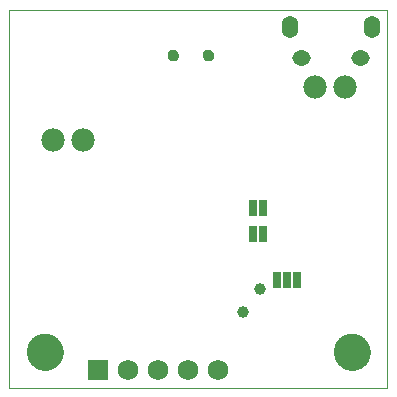
<source format=gbs>
G75*
%MOIN*%
%OFA0B0*%
%FSLAX25Y25*%
%IPPOS*%
%LPD*%
%AMOC8*
5,1,8,0,0,1.08239X$1,22.5*
%
%ADD10C,0.00000*%
%ADD11C,0.12211*%
%ADD12C,0.07800*%
%ADD13R,0.02900X0.05400*%
%ADD14C,0.03746*%
%ADD15R,0.06900X0.06900*%
%ADD16C,0.06900*%
%ADD17C,0.05156*%
%ADD18C,0.05400*%
%ADD19C,0.03900*%
D10*
X0002050Y0007300D02*
X0002050Y0133284D01*
X0128034Y0133284D01*
X0128034Y0007300D01*
X0002050Y0007300D01*
X0007955Y0019111D02*
X0007957Y0019264D01*
X0007963Y0019418D01*
X0007973Y0019571D01*
X0007987Y0019723D01*
X0008005Y0019876D01*
X0008027Y0020027D01*
X0008052Y0020178D01*
X0008082Y0020329D01*
X0008116Y0020479D01*
X0008153Y0020627D01*
X0008194Y0020775D01*
X0008239Y0020921D01*
X0008288Y0021067D01*
X0008341Y0021211D01*
X0008397Y0021353D01*
X0008457Y0021494D01*
X0008521Y0021634D01*
X0008588Y0021772D01*
X0008659Y0021908D01*
X0008734Y0022042D01*
X0008811Y0022174D01*
X0008893Y0022304D01*
X0008977Y0022432D01*
X0009065Y0022558D01*
X0009156Y0022681D01*
X0009250Y0022802D01*
X0009348Y0022920D01*
X0009448Y0023036D01*
X0009552Y0023149D01*
X0009658Y0023260D01*
X0009767Y0023368D01*
X0009879Y0023473D01*
X0009993Y0023574D01*
X0010111Y0023673D01*
X0010230Y0023769D01*
X0010352Y0023862D01*
X0010477Y0023951D01*
X0010604Y0024038D01*
X0010733Y0024120D01*
X0010864Y0024200D01*
X0010997Y0024276D01*
X0011132Y0024349D01*
X0011269Y0024418D01*
X0011408Y0024483D01*
X0011548Y0024545D01*
X0011690Y0024603D01*
X0011833Y0024658D01*
X0011978Y0024709D01*
X0012124Y0024756D01*
X0012271Y0024799D01*
X0012419Y0024838D01*
X0012568Y0024874D01*
X0012718Y0024905D01*
X0012869Y0024933D01*
X0013020Y0024957D01*
X0013173Y0024977D01*
X0013325Y0024993D01*
X0013478Y0025005D01*
X0013631Y0025013D01*
X0013784Y0025017D01*
X0013938Y0025017D01*
X0014091Y0025013D01*
X0014244Y0025005D01*
X0014397Y0024993D01*
X0014549Y0024977D01*
X0014702Y0024957D01*
X0014853Y0024933D01*
X0015004Y0024905D01*
X0015154Y0024874D01*
X0015303Y0024838D01*
X0015451Y0024799D01*
X0015598Y0024756D01*
X0015744Y0024709D01*
X0015889Y0024658D01*
X0016032Y0024603D01*
X0016174Y0024545D01*
X0016314Y0024483D01*
X0016453Y0024418D01*
X0016590Y0024349D01*
X0016725Y0024276D01*
X0016858Y0024200D01*
X0016989Y0024120D01*
X0017118Y0024038D01*
X0017245Y0023951D01*
X0017370Y0023862D01*
X0017492Y0023769D01*
X0017611Y0023673D01*
X0017729Y0023574D01*
X0017843Y0023473D01*
X0017955Y0023368D01*
X0018064Y0023260D01*
X0018170Y0023149D01*
X0018274Y0023036D01*
X0018374Y0022920D01*
X0018472Y0022802D01*
X0018566Y0022681D01*
X0018657Y0022558D01*
X0018745Y0022432D01*
X0018829Y0022304D01*
X0018911Y0022174D01*
X0018988Y0022042D01*
X0019063Y0021908D01*
X0019134Y0021772D01*
X0019201Y0021634D01*
X0019265Y0021494D01*
X0019325Y0021353D01*
X0019381Y0021211D01*
X0019434Y0021067D01*
X0019483Y0020921D01*
X0019528Y0020775D01*
X0019569Y0020627D01*
X0019606Y0020479D01*
X0019640Y0020329D01*
X0019670Y0020178D01*
X0019695Y0020027D01*
X0019717Y0019876D01*
X0019735Y0019723D01*
X0019749Y0019571D01*
X0019759Y0019418D01*
X0019765Y0019264D01*
X0019767Y0019111D01*
X0019765Y0018958D01*
X0019759Y0018804D01*
X0019749Y0018651D01*
X0019735Y0018499D01*
X0019717Y0018346D01*
X0019695Y0018195D01*
X0019670Y0018044D01*
X0019640Y0017893D01*
X0019606Y0017743D01*
X0019569Y0017595D01*
X0019528Y0017447D01*
X0019483Y0017301D01*
X0019434Y0017155D01*
X0019381Y0017011D01*
X0019325Y0016869D01*
X0019265Y0016728D01*
X0019201Y0016588D01*
X0019134Y0016450D01*
X0019063Y0016314D01*
X0018988Y0016180D01*
X0018911Y0016048D01*
X0018829Y0015918D01*
X0018745Y0015790D01*
X0018657Y0015664D01*
X0018566Y0015541D01*
X0018472Y0015420D01*
X0018374Y0015302D01*
X0018274Y0015186D01*
X0018170Y0015073D01*
X0018064Y0014962D01*
X0017955Y0014854D01*
X0017843Y0014749D01*
X0017729Y0014648D01*
X0017611Y0014549D01*
X0017492Y0014453D01*
X0017370Y0014360D01*
X0017245Y0014271D01*
X0017118Y0014184D01*
X0016989Y0014102D01*
X0016858Y0014022D01*
X0016725Y0013946D01*
X0016590Y0013873D01*
X0016453Y0013804D01*
X0016314Y0013739D01*
X0016174Y0013677D01*
X0016032Y0013619D01*
X0015889Y0013564D01*
X0015744Y0013513D01*
X0015598Y0013466D01*
X0015451Y0013423D01*
X0015303Y0013384D01*
X0015154Y0013348D01*
X0015004Y0013317D01*
X0014853Y0013289D01*
X0014702Y0013265D01*
X0014549Y0013245D01*
X0014397Y0013229D01*
X0014244Y0013217D01*
X0014091Y0013209D01*
X0013938Y0013205D01*
X0013784Y0013205D01*
X0013631Y0013209D01*
X0013478Y0013217D01*
X0013325Y0013229D01*
X0013173Y0013245D01*
X0013020Y0013265D01*
X0012869Y0013289D01*
X0012718Y0013317D01*
X0012568Y0013348D01*
X0012419Y0013384D01*
X0012271Y0013423D01*
X0012124Y0013466D01*
X0011978Y0013513D01*
X0011833Y0013564D01*
X0011690Y0013619D01*
X0011548Y0013677D01*
X0011408Y0013739D01*
X0011269Y0013804D01*
X0011132Y0013873D01*
X0010997Y0013946D01*
X0010864Y0014022D01*
X0010733Y0014102D01*
X0010604Y0014184D01*
X0010477Y0014271D01*
X0010352Y0014360D01*
X0010230Y0014453D01*
X0010111Y0014549D01*
X0009993Y0014648D01*
X0009879Y0014749D01*
X0009767Y0014854D01*
X0009658Y0014962D01*
X0009552Y0015073D01*
X0009448Y0015186D01*
X0009348Y0015302D01*
X0009250Y0015420D01*
X0009156Y0015541D01*
X0009065Y0015664D01*
X0008977Y0015790D01*
X0008893Y0015918D01*
X0008811Y0016048D01*
X0008734Y0016180D01*
X0008659Y0016314D01*
X0008588Y0016450D01*
X0008521Y0016588D01*
X0008457Y0016728D01*
X0008397Y0016869D01*
X0008341Y0017011D01*
X0008288Y0017155D01*
X0008239Y0017301D01*
X0008194Y0017447D01*
X0008153Y0017595D01*
X0008116Y0017743D01*
X0008082Y0017893D01*
X0008052Y0018044D01*
X0008027Y0018195D01*
X0008005Y0018346D01*
X0007987Y0018499D01*
X0007973Y0018651D01*
X0007963Y0018804D01*
X0007957Y0018958D01*
X0007955Y0019111D01*
X0054771Y0118000D02*
X0054773Y0118081D01*
X0054779Y0118163D01*
X0054789Y0118244D01*
X0054803Y0118324D01*
X0054820Y0118403D01*
X0054842Y0118482D01*
X0054867Y0118559D01*
X0054896Y0118636D01*
X0054929Y0118710D01*
X0054966Y0118783D01*
X0055005Y0118854D01*
X0055049Y0118923D01*
X0055095Y0118990D01*
X0055145Y0119054D01*
X0055198Y0119116D01*
X0055254Y0119176D01*
X0055312Y0119232D01*
X0055374Y0119286D01*
X0055438Y0119337D01*
X0055504Y0119384D01*
X0055572Y0119428D01*
X0055643Y0119469D01*
X0055715Y0119506D01*
X0055790Y0119540D01*
X0055865Y0119570D01*
X0055943Y0119596D01*
X0056021Y0119619D01*
X0056100Y0119637D01*
X0056180Y0119652D01*
X0056261Y0119663D01*
X0056342Y0119670D01*
X0056424Y0119673D01*
X0056505Y0119672D01*
X0056586Y0119667D01*
X0056667Y0119658D01*
X0056748Y0119645D01*
X0056828Y0119628D01*
X0056906Y0119608D01*
X0056984Y0119583D01*
X0057061Y0119555D01*
X0057136Y0119523D01*
X0057209Y0119488D01*
X0057280Y0119449D01*
X0057350Y0119406D01*
X0057417Y0119361D01*
X0057483Y0119312D01*
X0057545Y0119260D01*
X0057605Y0119204D01*
X0057662Y0119146D01*
X0057717Y0119086D01*
X0057768Y0119022D01*
X0057816Y0118957D01*
X0057861Y0118889D01*
X0057903Y0118819D01*
X0057941Y0118747D01*
X0057976Y0118673D01*
X0058007Y0118598D01*
X0058034Y0118521D01*
X0058057Y0118443D01*
X0058077Y0118364D01*
X0058093Y0118284D01*
X0058105Y0118203D01*
X0058113Y0118122D01*
X0058117Y0118041D01*
X0058117Y0117959D01*
X0058113Y0117878D01*
X0058105Y0117797D01*
X0058093Y0117716D01*
X0058077Y0117636D01*
X0058057Y0117557D01*
X0058034Y0117479D01*
X0058007Y0117402D01*
X0057976Y0117327D01*
X0057941Y0117253D01*
X0057903Y0117181D01*
X0057861Y0117111D01*
X0057816Y0117043D01*
X0057768Y0116978D01*
X0057717Y0116914D01*
X0057662Y0116854D01*
X0057605Y0116796D01*
X0057545Y0116740D01*
X0057483Y0116688D01*
X0057417Y0116639D01*
X0057350Y0116594D01*
X0057281Y0116551D01*
X0057209Y0116512D01*
X0057136Y0116477D01*
X0057061Y0116445D01*
X0056984Y0116417D01*
X0056906Y0116392D01*
X0056828Y0116372D01*
X0056748Y0116355D01*
X0056667Y0116342D01*
X0056586Y0116333D01*
X0056505Y0116328D01*
X0056424Y0116327D01*
X0056342Y0116330D01*
X0056261Y0116337D01*
X0056180Y0116348D01*
X0056100Y0116363D01*
X0056021Y0116381D01*
X0055943Y0116404D01*
X0055865Y0116430D01*
X0055790Y0116460D01*
X0055715Y0116494D01*
X0055643Y0116531D01*
X0055572Y0116572D01*
X0055504Y0116616D01*
X0055438Y0116663D01*
X0055374Y0116714D01*
X0055312Y0116768D01*
X0055254Y0116824D01*
X0055198Y0116884D01*
X0055145Y0116946D01*
X0055095Y0117010D01*
X0055049Y0117077D01*
X0055005Y0117146D01*
X0054966Y0117217D01*
X0054929Y0117290D01*
X0054896Y0117364D01*
X0054867Y0117441D01*
X0054842Y0117518D01*
X0054820Y0117597D01*
X0054803Y0117676D01*
X0054789Y0117756D01*
X0054779Y0117837D01*
X0054773Y0117919D01*
X0054771Y0118000D01*
X0066583Y0118000D02*
X0066585Y0118081D01*
X0066591Y0118163D01*
X0066601Y0118244D01*
X0066615Y0118324D01*
X0066632Y0118403D01*
X0066654Y0118482D01*
X0066679Y0118559D01*
X0066708Y0118636D01*
X0066741Y0118710D01*
X0066778Y0118783D01*
X0066817Y0118854D01*
X0066861Y0118923D01*
X0066907Y0118990D01*
X0066957Y0119054D01*
X0067010Y0119116D01*
X0067066Y0119176D01*
X0067124Y0119232D01*
X0067186Y0119286D01*
X0067250Y0119337D01*
X0067316Y0119384D01*
X0067384Y0119428D01*
X0067455Y0119469D01*
X0067527Y0119506D01*
X0067602Y0119540D01*
X0067677Y0119570D01*
X0067755Y0119596D01*
X0067833Y0119619D01*
X0067912Y0119637D01*
X0067992Y0119652D01*
X0068073Y0119663D01*
X0068154Y0119670D01*
X0068236Y0119673D01*
X0068317Y0119672D01*
X0068398Y0119667D01*
X0068479Y0119658D01*
X0068560Y0119645D01*
X0068640Y0119628D01*
X0068718Y0119608D01*
X0068796Y0119583D01*
X0068873Y0119555D01*
X0068948Y0119523D01*
X0069021Y0119488D01*
X0069092Y0119449D01*
X0069162Y0119406D01*
X0069229Y0119361D01*
X0069295Y0119312D01*
X0069357Y0119260D01*
X0069417Y0119204D01*
X0069474Y0119146D01*
X0069529Y0119086D01*
X0069580Y0119022D01*
X0069628Y0118957D01*
X0069673Y0118889D01*
X0069715Y0118819D01*
X0069753Y0118747D01*
X0069788Y0118673D01*
X0069819Y0118598D01*
X0069846Y0118521D01*
X0069869Y0118443D01*
X0069889Y0118364D01*
X0069905Y0118284D01*
X0069917Y0118203D01*
X0069925Y0118122D01*
X0069929Y0118041D01*
X0069929Y0117959D01*
X0069925Y0117878D01*
X0069917Y0117797D01*
X0069905Y0117716D01*
X0069889Y0117636D01*
X0069869Y0117557D01*
X0069846Y0117479D01*
X0069819Y0117402D01*
X0069788Y0117327D01*
X0069753Y0117253D01*
X0069715Y0117181D01*
X0069673Y0117111D01*
X0069628Y0117043D01*
X0069580Y0116978D01*
X0069529Y0116914D01*
X0069474Y0116854D01*
X0069417Y0116796D01*
X0069357Y0116740D01*
X0069295Y0116688D01*
X0069229Y0116639D01*
X0069162Y0116594D01*
X0069093Y0116551D01*
X0069021Y0116512D01*
X0068948Y0116477D01*
X0068873Y0116445D01*
X0068796Y0116417D01*
X0068718Y0116392D01*
X0068640Y0116372D01*
X0068560Y0116355D01*
X0068479Y0116342D01*
X0068398Y0116333D01*
X0068317Y0116328D01*
X0068236Y0116327D01*
X0068154Y0116330D01*
X0068073Y0116337D01*
X0067992Y0116348D01*
X0067912Y0116363D01*
X0067833Y0116381D01*
X0067755Y0116404D01*
X0067677Y0116430D01*
X0067602Y0116460D01*
X0067527Y0116494D01*
X0067455Y0116531D01*
X0067384Y0116572D01*
X0067316Y0116616D01*
X0067250Y0116663D01*
X0067186Y0116714D01*
X0067124Y0116768D01*
X0067066Y0116824D01*
X0067010Y0116884D01*
X0066957Y0116946D01*
X0066907Y0117010D01*
X0066861Y0117077D01*
X0066817Y0117146D01*
X0066778Y0117217D01*
X0066741Y0117290D01*
X0066708Y0117364D01*
X0066679Y0117441D01*
X0066654Y0117518D01*
X0066632Y0117597D01*
X0066615Y0117676D01*
X0066601Y0117756D01*
X0066591Y0117837D01*
X0066585Y0117919D01*
X0066583Y0118000D01*
X0110317Y0019111D02*
X0110319Y0019264D01*
X0110325Y0019418D01*
X0110335Y0019571D01*
X0110349Y0019723D01*
X0110367Y0019876D01*
X0110389Y0020027D01*
X0110414Y0020178D01*
X0110444Y0020329D01*
X0110478Y0020479D01*
X0110515Y0020627D01*
X0110556Y0020775D01*
X0110601Y0020921D01*
X0110650Y0021067D01*
X0110703Y0021211D01*
X0110759Y0021353D01*
X0110819Y0021494D01*
X0110883Y0021634D01*
X0110950Y0021772D01*
X0111021Y0021908D01*
X0111096Y0022042D01*
X0111173Y0022174D01*
X0111255Y0022304D01*
X0111339Y0022432D01*
X0111427Y0022558D01*
X0111518Y0022681D01*
X0111612Y0022802D01*
X0111710Y0022920D01*
X0111810Y0023036D01*
X0111914Y0023149D01*
X0112020Y0023260D01*
X0112129Y0023368D01*
X0112241Y0023473D01*
X0112355Y0023574D01*
X0112473Y0023673D01*
X0112592Y0023769D01*
X0112714Y0023862D01*
X0112839Y0023951D01*
X0112966Y0024038D01*
X0113095Y0024120D01*
X0113226Y0024200D01*
X0113359Y0024276D01*
X0113494Y0024349D01*
X0113631Y0024418D01*
X0113770Y0024483D01*
X0113910Y0024545D01*
X0114052Y0024603D01*
X0114195Y0024658D01*
X0114340Y0024709D01*
X0114486Y0024756D01*
X0114633Y0024799D01*
X0114781Y0024838D01*
X0114930Y0024874D01*
X0115080Y0024905D01*
X0115231Y0024933D01*
X0115382Y0024957D01*
X0115535Y0024977D01*
X0115687Y0024993D01*
X0115840Y0025005D01*
X0115993Y0025013D01*
X0116146Y0025017D01*
X0116300Y0025017D01*
X0116453Y0025013D01*
X0116606Y0025005D01*
X0116759Y0024993D01*
X0116911Y0024977D01*
X0117064Y0024957D01*
X0117215Y0024933D01*
X0117366Y0024905D01*
X0117516Y0024874D01*
X0117665Y0024838D01*
X0117813Y0024799D01*
X0117960Y0024756D01*
X0118106Y0024709D01*
X0118251Y0024658D01*
X0118394Y0024603D01*
X0118536Y0024545D01*
X0118676Y0024483D01*
X0118815Y0024418D01*
X0118952Y0024349D01*
X0119087Y0024276D01*
X0119220Y0024200D01*
X0119351Y0024120D01*
X0119480Y0024038D01*
X0119607Y0023951D01*
X0119732Y0023862D01*
X0119854Y0023769D01*
X0119973Y0023673D01*
X0120091Y0023574D01*
X0120205Y0023473D01*
X0120317Y0023368D01*
X0120426Y0023260D01*
X0120532Y0023149D01*
X0120636Y0023036D01*
X0120736Y0022920D01*
X0120834Y0022802D01*
X0120928Y0022681D01*
X0121019Y0022558D01*
X0121107Y0022432D01*
X0121191Y0022304D01*
X0121273Y0022174D01*
X0121350Y0022042D01*
X0121425Y0021908D01*
X0121496Y0021772D01*
X0121563Y0021634D01*
X0121627Y0021494D01*
X0121687Y0021353D01*
X0121743Y0021211D01*
X0121796Y0021067D01*
X0121845Y0020921D01*
X0121890Y0020775D01*
X0121931Y0020627D01*
X0121968Y0020479D01*
X0122002Y0020329D01*
X0122032Y0020178D01*
X0122057Y0020027D01*
X0122079Y0019876D01*
X0122097Y0019723D01*
X0122111Y0019571D01*
X0122121Y0019418D01*
X0122127Y0019264D01*
X0122129Y0019111D01*
X0122127Y0018958D01*
X0122121Y0018804D01*
X0122111Y0018651D01*
X0122097Y0018499D01*
X0122079Y0018346D01*
X0122057Y0018195D01*
X0122032Y0018044D01*
X0122002Y0017893D01*
X0121968Y0017743D01*
X0121931Y0017595D01*
X0121890Y0017447D01*
X0121845Y0017301D01*
X0121796Y0017155D01*
X0121743Y0017011D01*
X0121687Y0016869D01*
X0121627Y0016728D01*
X0121563Y0016588D01*
X0121496Y0016450D01*
X0121425Y0016314D01*
X0121350Y0016180D01*
X0121273Y0016048D01*
X0121191Y0015918D01*
X0121107Y0015790D01*
X0121019Y0015664D01*
X0120928Y0015541D01*
X0120834Y0015420D01*
X0120736Y0015302D01*
X0120636Y0015186D01*
X0120532Y0015073D01*
X0120426Y0014962D01*
X0120317Y0014854D01*
X0120205Y0014749D01*
X0120091Y0014648D01*
X0119973Y0014549D01*
X0119854Y0014453D01*
X0119732Y0014360D01*
X0119607Y0014271D01*
X0119480Y0014184D01*
X0119351Y0014102D01*
X0119220Y0014022D01*
X0119087Y0013946D01*
X0118952Y0013873D01*
X0118815Y0013804D01*
X0118676Y0013739D01*
X0118536Y0013677D01*
X0118394Y0013619D01*
X0118251Y0013564D01*
X0118106Y0013513D01*
X0117960Y0013466D01*
X0117813Y0013423D01*
X0117665Y0013384D01*
X0117516Y0013348D01*
X0117366Y0013317D01*
X0117215Y0013289D01*
X0117064Y0013265D01*
X0116911Y0013245D01*
X0116759Y0013229D01*
X0116606Y0013217D01*
X0116453Y0013209D01*
X0116300Y0013205D01*
X0116146Y0013205D01*
X0115993Y0013209D01*
X0115840Y0013217D01*
X0115687Y0013229D01*
X0115535Y0013245D01*
X0115382Y0013265D01*
X0115231Y0013289D01*
X0115080Y0013317D01*
X0114930Y0013348D01*
X0114781Y0013384D01*
X0114633Y0013423D01*
X0114486Y0013466D01*
X0114340Y0013513D01*
X0114195Y0013564D01*
X0114052Y0013619D01*
X0113910Y0013677D01*
X0113770Y0013739D01*
X0113631Y0013804D01*
X0113494Y0013873D01*
X0113359Y0013946D01*
X0113226Y0014022D01*
X0113095Y0014102D01*
X0112966Y0014184D01*
X0112839Y0014271D01*
X0112714Y0014360D01*
X0112592Y0014453D01*
X0112473Y0014549D01*
X0112355Y0014648D01*
X0112241Y0014749D01*
X0112129Y0014854D01*
X0112020Y0014962D01*
X0111914Y0015073D01*
X0111810Y0015186D01*
X0111710Y0015302D01*
X0111612Y0015420D01*
X0111518Y0015541D01*
X0111427Y0015664D01*
X0111339Y0015790D01*
X0111255Y0015918D01*
X0111173Y0016048D01*
X0111096Y0016180D01*
X0111021Y0016314D01*
X0110950Y0016450D01*
X0110883Y0016588D01*
X0110819Y0016728D01*
X0110759Y0016869D01*
X0110703Y0017011D01*
X0110650Y0017155D01*
X0110601Y0017301D01*
X0110556Y0017447D01*
X0110515Y0017595D01*
X0110478Y0017743D01*
X0110444Y0017893D01*
X0110414Y0018044D01*
X0110389Y0018195D01*
X0110367Y0018346D01*
X0110349Y0018499D01*
X0110335Y0018651D01*
X0110325Y0018804D01*
X0110319Y0018958D01*
X0110317Y0019111D01*
D11*
X0116223Y0019111D03*
X0013861Y0019111D03*
D12*
X0016550Y0089926D03*
X0026550Y0089926D03*
X0104050Y0107426D03*
X0114050Y0107426D03*
D13*
X0086484Y0067270D03*
X0083284Y0067270D03*
X0083254Y0058370D03*
X0086454Y0058370D03*
X0091350Y0043100D03*
X0094550Y0043100D03*
X0097750Y0043100D03*
D14*
X0068256Y0118000D03*
X0056444Y0118000D03*
D15*
X0031450Y0013000D03*
D16*
X0041450Y0013000D03*
X0051450Y0013000D03*
X0061450Y0013000D03*
X0071450Y0013000D03*
D17*
X0098950Y0117000D03*
X0099550Y0117000D03*
X0099950Y0117000D03*
X0118550Y0117000D03*
X0119050Y0117000D03*
X0119550Y0117000D03*
D18*
X0123050Y0126600D03*
X0123050Y0127700D03*
X0123050Y0128600D03*
X0095450Y0128600D03*
X0095450Y0127600D03*
X0095450Y0126600D03*
D19*
X0085650Y0040000D03*
X0079950Y0032600D03*
M02*

</source>
